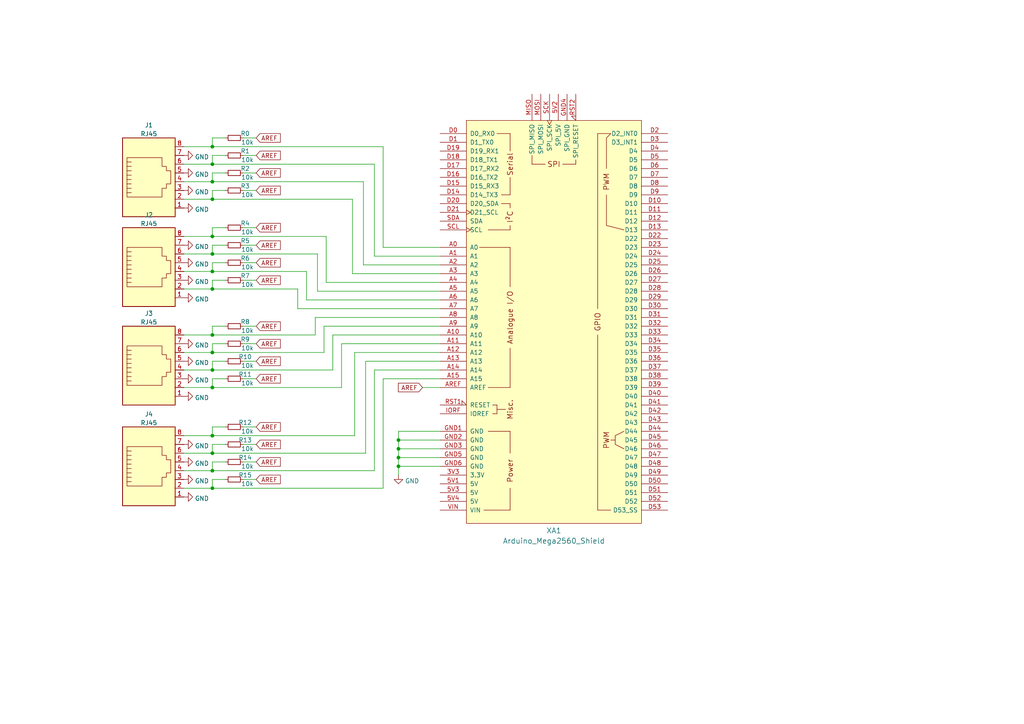
<source format=kicad_sch>
(kicad_sch (version 20211123) (generator eeschema)
  (paper "A4")
  (lib_symbols
    (symbol "Arduino_Library:Arduino_Mega2560_Shield" (pin_names (offset 1.016))
      (property "Reference" "XA" (at 2.54 0 90))
      (property "Value" "Arduino_Mega2560_Shield" (at -2.54 0 90))
      (symbol "Arduino_Mega2560_Shield_0_0"
        (rectangle (start -25.4 -58.42) (end 25.4 58.42) (fill (type background)))
        (rectangle (start -20.32 -54.61) (end -12.7 -54.61))
        (rectangle (start -19.05 -31.75) (end -12.7 -31.75))
        (rectangle (start -19.05 -19.05) (end -12.7 -19.05))
        (rectangle (start -19.05 26.67) (end -12.7 26.67))
        (rectangle (start -17.78 -26.67) (end -16.51 -26.67))
        (rectangle (start -17.78 -24.13) (end -16.51 -24.13))
        (rectangle (start -16.51 -25.4) (end -13.97 -25.4))
        (rectangle (start -16.51 -24.13) (end -16.51 -26.67))
        (rectangle (start -16.51 54.61) (end -12.7 54.61))
        (rectangle (start -15.24 34.29) (end -12.7 34.29))
        (rectangle (start -15.24 36.83) (end -12.7 36.83))
        (rectangle (start -12.7 -54.61) (end -12.7 -48.26))
        (rectangle (start -12.7 -31.75) (end -12.7 -38.1))
        (rectangle (start -12.7 26.67) (end -12.7 27.94))
        (rectangle (start -12.7 34.29) (end -12.7 33.02))
        (rectangle (start -12.7 41.91) (end -12.7 36.83))
        (rectangle (start -12.7 49.53) (end -12.7 54.61))
        (rectangle (start -6.35 48.26) (end -6.35 45.72))
        (rectangle (start -2.54 45.72) (end -6.35 45.72))
        (polyline (pts (xy -21.59 21.59) (xy -12.7 21.59)))
        (polyline (pts (xy -12.7 -19.05) (xy -12.7 -7.62)))
        (polyline (pts (xy -12.7 10.16) (xy -12.7 21.59)))
        (polyline (pts (xy 12.7 -54.61) (xy 16.51 -54.61)))
        (polyline (pts (xy 12.7 54.61) (xy 16.51 54.61)))
        (polyline (pts (xy 17.78 -34.29) (xy 16.51 -34.29)))
        (polyline (pts (xy 15.24 36.83) (xy 15.24 27.94) (xy 20.32 26.67)))
        (polyline (pts (xy 15.24 44.45) (xy 15.24 53.34) (xy 16.51 54.61)))
        (polyline (pts (xy 20.32 -31.75) (xy 17.78 -33.02) (xy 17.78 -35.56) (xy 20.32 -36.83)))
        (rectangle (start 6.35 45.72) (end 2.54 45.72))
        (rectangle (start 6.35 46.99) (end 6.35 45.72))
        (text "Analogue I/O" (at -12.7 1.27 900) (effects (font (size 1.524 1.524))))
        (text "I²C" (at -12.7 30.48 900) (effects (font (size 1.524 1.524))))
        (text "Misc." (at -12.7 -25.4 900) (effects (font (size 1.524 1.524))))
        (text "Power" (at -12.7 -43.18 900) (effects (font (size 1.524 1.524))))
        (text "PWM" (at 15.24 -34.29 900) (effects (font (size 1.524 1.524))))
        (text "PWM" (at 15.24 40.64 900) (effects (font (size 1.524 1.524))))
        (text "Serial" (at -12.7 45.72 900) (effects (font (size 1.524 1.524))))
        (text "SPI" (at 0 45.72 0) (effects (font (size 1.524 1.524))))
      )
      (symbol "Arduino_Mega2560_Shield_1_0"
        (rectangle (start 12.7 -54.61) (end 12.7 -3.81))
        (rectangle (start 12.7 54.61) (end 12.7 3.81))
        (text "GPIO" (at 12.7 0 900) (effects (font (size 1.524 1.524))))
      )
      (symbol "Arduino_Mega2560_Shield_1_1"
        (pin power_out line (at -33.02 -44.45 0) (length 7.62) (name "3.3V") (number "3V3"))
        (pin power_in line (at -33.02 -46.99 0) (length 7.62) (name "5V") (number "5V1"))
        (pin power_in line (at 1.27 66.04 270) (length 7.62) (name "SPI_5V") (number "5V2"))
        (pin power_in line (at -33.02 -49.53 0) (length 7.62) (name "5V") (number "5V3"))
        (pin power_in line (at -33.02 -52.07 0) (length 7.62) (name "5V") (number "5V4"))
        (pin bidirectional line (at -33.02 21.59 0) (length 7.62) (name "A0") (number "A0"))
        (pin bidirectional line (at -33.02 19.05 0) (length 7.62) (name "A1") (number "A1"))
        (pin bidirectional line (at -33.02 -3.81 0) (length 7.62) (name "A10") (number "A10"))
        (pin bidirectional line (at -33.02 -6.35 0) (length 7.62) (name "A11") (number "A11"))
        (pin bidirectional line (at -33.02 -8.89 0) (length 7.62) (name "A12") (number "A12"))
        (pin bidirectional line (at -33.02 -11.43 0) (length 7.62) (name "A13") (number "A13"))
        (pin bidirectional line (at -33.02 -13.97 0) (length 7.62) (name "A14") (number "A14"))
        (pin bidirectional line (at -33.02 -16.51 0) (length 7.62) (name "A15") (number "A15"))
        (pin bidirectional line (at -33.02 16.51 0) (length 7.62) (name "A2") (number "A2"))
        (pin bidirectional line (at -33.02 13.97 0) (length 7.62) (name "A3") (number "A3"))
        (pin bidirectional line (at -33.02 11.43 0) (length 7.62) (name "A4") (number "A4"))
        (pin bidirectional line (at -33.02 8.89 0) (length 7.62) (name "A5") (number "A5"))
        (pin bidirectional line (at -33.02 6.35 0) (length 7.62) (name "A6") (number "A6"))
        (pin bidirectional line (at -33.02 3.81 0) (length 7.62) (name "A7") (number "A7"))
        (pin bidirectional line (at -33.02 1.27 0) (length 7.62) (name "A8") (number "A8"))
        (pin bidirectional line (at -33.02 -1.27 0) (length 7.62) (name "A9") (number "A9"))
        (pin input line (at -33.02 -19.05 0) (length 7.62) (name "AREF") (number "AREF"))
        (pin bidirectional line (at -33.02 54.61 0) (length 7.62) (name "D0_RX0") (number "D0"))
        (pin bidirectional line (at -33.02 52.07 0) (length 7.62) (name "D1_TX0") (number "D1"))
        (pin bidirectional line (at 33.02 34.29 180) (length 7.62) (name "D10") (number "D10"))
        (pin bidirectional line (at 33.02 31.75 180) (length 7.62) (name "D11") (number "D11"))
        (pin bidirectional line (at 33.02 29.21 180) (length 7.62) (name "D12") (number "D12"))
        (pin bidirectional line (at 33.02 26.67 180) (length 7.62) (name "D13") (number "D13"))
        (pin bidirectional line (at -33.02 36.83 0) (length 7.62) (name "D14_TX3") (number "D14"))
        (pin bidirectional line (at -33.02 39.37 0) (length 7.62) (name "D15_RX3") (number "D15"))
        (pin bidirectional line (at -33.02 41.91 0) (length 7.62) (name "D16_TX2") (number "D16"))
        (pin bidirectional line (at -33.02 44.45 0) (length 7.62) (name "D17_RX2") (number "D17"))
        (pin bidirectional line (at -33.02 46.99 0) (length 7.62) (name "D18_TX1") (number "D18"))
        (pin bidirectional line (at -33.02 49.53 0) (length 7.62) (name "D19_RX1") (number "D19"))
        (pin bidirectional line (at 33.02 54.61 180) (length 7.62) (name "D2_INT0") (number "D2"))
        (pin bidirectional line (at -33.02 34.29 0) (length 7.62) (name "D20_SDA") (number "D20"))
        (pin bidirectional clock (at -33.02 31.75 0) (length 7.62) (name "D21_SCL") (number "D21"))
        (pin bidirectional line (at 33.02 24.13 180) (length 7.62) (name "D22") (number "D22"))
        (pin bidirectional line (at 33.02 21.59 180) (length 7.62) (name "D23") (number "D23"))
        (pin bidirectional line (at 33.02 19.05 180) (length 7.62) (name "D24") (number "D24"))
        (pin bidirectional line (at 33.02 16.51 180) (length 7.62) (name "D25") (number "D25"))
        (pin bidirectional line (at 33.02 13.97 180) (length 7.62) (name "D26") (number "D26"))
        (pin bidirectional line (at 33.02 11.43 180) (length 7.62) (name "D27") (number "D27"))
        (pin bidirectional line (at 33.02 8.89 180) (length 7.62) (name "D28") (number "D28"))
        (pin bidirectional line (at 33.02 6.35 180) (length 7.62) (name "D29") (number "D29"))
        (pin bidirectional line (at 33.02 52.07 180) (length 7.62) (name "D3_INT1") (number "D3"))
        (pin bidirectional line (at 33.02 3.81 180) (length 7.62) (name "D30") (number "D30"))
        (pin bidirectional line (at 33.02 1.27 180) (length 7.62) (name "D31") (number "D31"))
        (pin bidirectional line (at 33.02 -1.27 180) (length 7.62) (name "D32") (number "D32"))
        (pin bidirectional line (at 33.02 -3.81 180) (length 7.62) (name "D33") (number "D33"))
        (pin bidirectional line (at 33.02 -6.35 180) (length 7.62) (name "D34") (number "D34"))
        (pin bidirectional line (at 33.02 -8.89 180) (length 7.62) (name "D35") (number "D35"))
        (pin bidirectional line (at 33.02 -11.43 180) (length 7.62) (name "D36") (number "D36"))
        (pin bidirectional line (at 33.02 -13.97 180) (length 7.62) (name "D37") (number "D37"))
        (pin bidirectional line (at 33.02 -16.51 180) (length 7.62) (name "D38") (number "D38"))
        (pin bidirectional line (at 33.02 -19.05 180) (length 7.62) (name "D39") (number "D39"))
        (pin bidirectional line (at 33.02 49.53 180) (length 7.62) (name "D4") (number "D4"))
        (pin bidirectional line (at 33.02 -21.59 180) (length 7.62) (name "D40") (number "D40"))
        (pin bidirectional line (at 33.02 -24.13 180) (length 7.62) (name "D41") (number "D41"))
        (pin bidirectional line (at 33.02 -26.67 180) (length 7.62) (name "D42") (number "D42"))
        (pin bidirectional line (at 33.02 -29.21 180) (length 7.62) (name "D43") (number "D43"))
        (pin bidirectional line (at 33.02 -31.75 180) (length 7.62) (name "D44") (number "D44"))
        (pin bidirectional line (at 33.02 -34.29 180) (length 7.62) (name "D45") (number "D45"))
        (pin bidirectional line (at 33.02 -36.83 180) (length 7.62) (name "D46") (number "D46"))
        (pin bidirectional line (at 33.02 -39.37 180) (length 7.62) (name "D47") (number "D47"))
        (pin bidirectional line (at 33.02 -41.91 180) (length 7.62) (name "D48") (number "D48"))
        (pin bidirectional line (at 33.02 -44.45 180) (length 7.62) (name "D49") (number "D49"))
        (pin bidirectional line (at 33.02 46.99 180) (length 7.62) (name "D5") (number "D5"))
        (pin bidirectional line (at 33.02 -46.99 180) (length 7.62) (name "D50") (number "D50"))
        (pin bidirectional line (at 33.02 -49.53 180) (length 7.62) (name "D51") (number "D51"))
        (pin bidirectional line (at 33.02 -52.07 180) (length 7.62) (name "D52") (number "D52"))
        (pin bidirectional line (at 33.02 -54.61 180) (length 7.62) (name "D53_SS") (number "D53"))
        (pin bidirectional line (at 33.02 44.45 180) (length 7.62) (name "D6") (number "D6"))
        (pin bidirectional line (at 33.02 41.91 180) (length 7.62) (name "D7") (number "D7"))
        (pin bidirectional line (at 33.02 39.37 180) (length 7.62) (name "D8") (number "D8"))
        (pin bidirectional line (at 33.02 36.83 180) (length 7.62) (name "D9") (number "D9"))
        (pin power_in line (at -33.02 -31.75 0) (length 7.62) (name "GND") (number "GND1"))
        (pin power_in line (at -33.02 -34.29 0) (length 7.62) (name "GND") (number "GND2"))
        (pin power_in line (at -33.02 -36.83 0) (length 7.62) (name "GND") (number "GND3"))
        (pin power_in line (at 3.81 66.04 270) (length 7.62) (name "SPI_GND") (number "GND4"))
        (pin power_in line (at -33.02 -39.37 0) (length 7.62) (name "GND") (number "GND5"))
        (pin power_in line (at -33.02 -41.91 0) (length 7.62) (name "GND") (number "GND6"))
        (pin output line (at -33.02 -26.67 0) (length 7.62) (name "IOREF") (number "IORF"))
        (pin input line (at -6.35 66.04 270) (length 7.62) (name "SPI_MISO") (number "MISO"))
        (pin output line (at -3.81 66.04 270) (length 7.62) (name "SPI_MOSI") (number "MOSI"))
        (pin open_collector input_low (at -33.02 -24.13 0) (length 7.62) (name "RESET") (number "RST1"))
        (pin open_collector input_low (at 6.35 66.04 270) (length 7.62) (name "SPI_RESET") (number "RST2"))
        (pin output clock (at -1.27 66.04 270) (length 7.62) (name "SPI_SCK") (number "SCK"))
        (pin bidirectional clock (at -33.02 26.67 0) (length 7.62) (name "SCL") (number "SCL"))
        (pin bidirectional line (at -33.02 29.21 0) (length 7.62) (name "SDA") (number "SDA"))
        (pin power_in line (at -33.02 -54.61 0) (length 7.62) (name "VIN") (number "VIN"))
      )
    )
    (symbol "Connector:RJ45" (pin_names (offset 1.016))
      (property "Reference" "J" (at -5.08 13.97 0))
      (property "Value" "RJ45" (at 2.54 13.97 0))
      (symbol "RJ45_0_1"
        (polyline (pts (xy -5.08 4.445) (xy -6.35 4.445)))
        (polyline (pts (xy -5.08 5.715) (xy -6.35 5.715)))
        (polyline (pts (xy -6.35 -3.175) (xy -5.08 -3.175) (xy -5.08 -3.175)))
        (polyline (pts (xy -6.35 -1.905) (xy -5.08 -1.905) (xy -5.08 -1.905)))
        (polyline (pts (xy -6.35 -0.635) (xy -5.08 -0.635) (xy -5.08 -0.635)))
        (polyline (pts (xy -6.35 0.635) (xy -5.08 0.635) (xy -5.08 0.635)))
        (polyline (pts (xy -6.35 1.905) (xy -5.08 1.905) (xy -5.08 1.905)))
        (polyline (pts (xy -5.08 3.175) (xy -6.35 3.175) (xy -6.35 3.175)))
        (polyline (pts (xy -6.35 -4.445) (xy -6.35 6.985) (xy 3.81 6.985) (xy 3.81 4.445) (xy 5.08 4.445) (xy 5.08 3.175) (xy 6.35 3.175) (xy 6.35 -0.635) (xy 5.08 -0.635) (xy 5.08 -1.905) (xy 3.81 -1.905) (xy 3.81 -4.445) (xy -6.35 -4.445) (xy -6.35 -4.445)))
        (rectangle (start 7.62 12.7) (end -7.62 -10.16) (stroke (width 0.254)) (fill (type background)))
      )
      (symbol "RJ45_1_1"
        (pin passive line (at 10.16 -7.62 180) (length 2.54) (name "~") (number "1"))
        (pin passive line (at 10.16 -5.08 180) (length 2.54) (name "~") (number "2"))
        (pin passive line (at 10.16 -2.54 180) (length 2.54) (name "~") (number "3"))
        (pin passive line (at 10.16 0 180) (length 2.54) (name "~") (number "4"))
        (pin passive line (at 10.16 2.54 180) (length 2.54) (name "~") (number "5"))
        (pin passive line (at 10.16 5.08 180) (length 2.54) (name "~") (number "6"))
        (pin passive line (at 10.16 7.62 180) (length 2.54) (name "~") (number "7"))
        (pin passive line (at 10.16 10.16 180) (length 2.54) (name "~") (number "8"))
      )
    )
    (symbol "Device:R_Small" (pin_numbers hide) (pin_names (offset 0.254) hide)
      (property "Reference" "R" (at 0.762 0.508 0))
      (property "Value" "R_Small" (at 0.762 -1.016 0))
      (symbol "R_Small_0_1"
        (rectangle (start -0.762 1.778) (end 0.762 -1.778) (stroke (width 0.2032)))
      )
      (symbol "R_Small_1_1"
        (pin passive line (at 0 2.54 270) (length 0.762) (name "~") (number "1"))
        (pin passive line (at 0 -2.54 90) (length 0.762) (name "~") (number "2"))
      )
    )
    (symbol "power:GND" (power) (pin_names (offset 0))
      (property "Value" "GND" (at 0 -3.81 0))
      (symbol "GND_0_1"
        (polyline (pts (xy 0 0) (xy 0 -1.27) (xy 1.27 -1.27) (xy 0 -2.54) (xy -1.27 -1.27) (xy 0 -1.27)))
      )
      (symbol "GND_1_1"
        (pin power_in line (at 0 0 270) (length 0) hide (name "GND") (number "1"))
      )
    )
  )
  (junction (at 61.595 102.235))
  (junction (at 61.595 131.445))
  (junction (at 61.595 78.74))
  (junction (at 61.595 47.625))
  (junction (at 61.595 141.605))
  (junction (at 61.595 52.705))
  (junction (at 115.57 130.175))
  (junction (at 61.595 68.58))
  (junction (at 61.595 107.315))
  (junction (at 61.595 136.525))
  (junction (at 61.595 83.82))
  (junction (at 115.57 132.715))
  (junction (at 115.57 127.635))
  (junction (at 61.595 73.66))
  (junction (at 61.595 42.545))
  (junction (at 61.595 112.395))
  (junction (at 115.57 135.255))
  (junction (at 61.595 57.785))
  (junction (at 61.595 126.365))
  (junction (at 61.595 97.155))
  (wire (pts (xy 115.57 130.175) (xy 127.635 130.175)))
  (wire (pts (xy 61.595 109.855) (xy 61.595 112.395)))
  (wire (pts (xy 88.9 86.995) (xy 88.9 78.74)))
  (wire (pts (xy 61.595 126.365) (xy 53.34 126.365)))
  (wire (pts (xy 70.485 94.615) (xy 74.295 94.615)))
  (wire (pts (xy 96.52 107.315) (xy 96.52 97.155)))
  (wire (pts (xy 53.34 102.235) (xy 61.595 102.235)))
  (wire (pts (xy 115.57 127.635) (xy 115.57 125.095)))
  (wire (pts (xy 108.585 74.295) (xy 127.635 74.295)))
  (wire (pts (xy 102.87 102.235) (xy 102.87 126.365)))
  (wire (pts (xy 61.595 52.705) (xy 53.34 52.705)))
  (wire (pts (xy 61.595 141.605) (xy 53.34 141.605)))
  (wire (pts (xy 65.405 123.825) (xy 61.595 123.825)))
  (wire (pts (xy 127.635 84.455) (xy 92.075 84.455)))
  (wire (pts (xy 70.485 139.065) (xy 74.295 139.065)))
  (wire (pts (xy 53.34 47.625) (xy 61.595 47.625)))
  (wire (pts (xy 102.235 57.785) (xy 61.595 57.785)))
  (wire (pts (xy 61.595 139.065) (xy 61.595 141.605)))
  (wire (pts (xy 65.405 139.065) (xy 61.595 139.065)))
  (wire (pts (xy 61.595 78.74) (xy 53.34 78.74)))
  (wire (pts (xy 70.485 128.905) (xy 74.295 128.905)))
  (wire (pts (xy 65.405 128.905) (xy 61.595 128.905)))
  (wire (pts (xy 53.34 42.545) (xy 61.595 42.545)))
  (wire (pts (xy 61.595 81.28) (xy 61.595 83.82)))
  (wire (pts (xy 65.405 109.855) (xy 61.595 109.855)))
  (wire (pts (xy 61.595 71.12) (xy 61.595 73.66)))
  (wire (pts (xy 70.485 45.085) (xy 74.295 45.085)))
  (wire (pts (xy 92.075 84.455) (xy 92.075 73.66)))
  (wire (pts (xy 115.57 132.715) (xy 127.635 132.715)))
  (wire (pts (xy 61.595 107.315) (xy 96.52 107.315)))
  (wire (pts (xy 65.405 133.985) (xy 61.595 133.985)))
  (wire (pts (xy 108.585 107.315) (xy 108.585 136.525)))
  (wire (pts (xy 61.595 83.82) (xy 53.34 83.82)))
  (wire (pts (xy 61.595 45.085) (xy 61.595 47.625)))
  (wire (pts (xy 65.405 50.165) (xy 61.595 50.165)))
  (wire (pts (xy 102.235 57.785) (xy 102.235 79.375)))
  (wire (pts (xy 102.87 126.365) (xy 61.595 126.365)))
  (wire (pts (xy 92.075 73.66) (xy 61.595 73.66)))
  (wire (pts (xy 86.36 89.535) (xy 86.36 83.82)))
  (wire (pts (xy 99.06 112.395) (xy 99.06 99.695)))
  (wire (pts (xy 105.41 52.705) (xy 105.41 76.835)))
  (wire (pts (xy 111.125 141.605) (xy 61.595 141.605)))
  (wire (pts (xy 70.485 133.985) (xy 74.295 133.985)))
  (wire (pts (xy 115.57 137.795) (xy 115.57 135.255)))
  (wire (pts (xy 93.98 94.615) (xy 93.98 102.235)))
  (wire (pts (xy 86.36 83.82) (xy 61.595 83.82)))
  (wire (pts (xy 70.485 76.2) (xy 74.295 76.2)))
  (wire (pts (xy 65.405 71.12) (xy 61.595 71.12)))
  (wire (pts (xy 70.485 104.775) (xy 74.295 104.775)))
  (wire (pts (xy 65.405 81.28) (xy 61.595 81.28)))
  (wire (pts (xy 115.57 132.715) (xy 115.57 130.175)))
  (wire (pts (xy 105.41 52.705) (xy 61.595 52.705)))
  (wire (pts (xy 106.045 131.445) (xy 61.595 131.445)))
  (wire (pts (xy 111.125 109.855) (xy 111.125 141.605)))
  (wire (pts (xy 65.405 99.695) (xy 61.595 99.695)))
  (wire (pts (xy 61.595 40.005) (xy 61.595 42.545)))
  (wire (pts (xy 108.585 136.525) (xy 61.595 136.525)))
  (wire (pts (xy 70.485 81.28) (xy 74.295 81.28)))
  (wire (pts (xy 99.06 99.695) (xy 127.635 99.695)))
  (wire (pts (xy 61.595 112.395) (xy 99.06 112.395)))
  (wire (pts (xy 127.635 76.835) (xy 105.41 76.835)))
  (wire (pts (xy 61.595 104.775) (xy 61.595 107.315)))
  (wire (pts (xy 61.595 131.445) (xy 53.34 131.445)))
  (wire (pts (xy 111.125 71.755) (xy 127.635 71.755)))
  (wire (pts (xy 115.57 135.255) (xy 115.57 132.715)))
  (wire (pts (xy 65.405 94.615) (xy 61.595 94.615)))
  (wire (pts (xy 111.125 42.545) (xy 111.125 71.755)))
  (wire (pts (xy 96.52 97.155) (xy 127.635 97.155)))
  (wire (pts (xy 61.595 55.245) (xy 61.595 57.785)))
  (wire (pts (xy 65.405 40.005) (xy 61.595 40.005)))
  (wire (pts (xy 61.595 57.785) (xy 53.34 57.785)))
  (wire (pts (xy 91.44 97.155) (xy 91.44 92.075)))
  (wire (pts (xy 53.34 107.315) (xy 61.595 107.315)))
  (wire (pts (xy 61.595 102.235) (xy 93.98 102.235)))
  (wire (pts (xy 61.595 99.695) (xy 61.595 102.235)))
  (wire (pts (xy 65.405 104.775) (xy 61.595 104.775)))
  (wire (pts (xy 61.595 97.155) (xy 91.44 97.155)))
  (wire (pts (xy 61.595 47.625) (xy 108.585 47.625)))
  (wire (pts (xy 70.485 71.12) (xy 74.295 71.12)))
  (wire (pts (xy 70.485 109.855) (xy 74.295 109.855)))
  (wire (pts (xy 70.485 99.695) (xy 74.295 99.695)))
  (wire (pts (xy 61.595 76.2) (xy 61.595 78.74)))
  (wire (pts (xy 70.485 50.165) (xy 74.295 50.165)))
  (wire (pts (xy 91.44 92.075) (xy 127.635 92.075)))
  (wire (pts (xy 70.485 66.04) (xy 74.295 66.04)))
  (wire (pts (xy 70.485 55.245) (xy 74.295 55.245)))
  (wire (pts (xy 61.595 42.545) (xy 111.125 42.545)))
  (wire (pts (xy 94.615 81.915) (xy 94.615 68.58)))
  (wire (pts (xy 61.595 66.04) (xy 61.595 68.58)))
  (wire (pts (xy 61.595 133.985) (xy 61.595 136.525)))
  (wire (pts (xy 65.405 76.2) (xy 61.595 76.2)))
  (wire (pts (xy 70.485 40.005) (xy 74.295 40.005)))
  (wire (pts (xy 122.555 112.395) (xy 127.635 112.395)))
  (wire (pts (xy 127.635 89.535) (xy 86.36 89.535)))
  (wire (pts (xy 65.405 66.04) (xy 61.595 66.04)))
  (wire (pts (xy 115.57 130.175) (xy 115.57 127.635)))
  (wire (pts (xy 127.635 94.615) (xy 93.98 94.615)))
  (wire (pts (xy 61.595 68.58) (xy 53.34 68.58)))
  (wire (pts (xy 127.635 79.375) (xy 102.235 79.375)))
  (wire (pts (xy 127.635 81.915) (xy 94.615 81.915)))
  (wire (pts (xy 53.34 112.395) (xy 61.595 112.395)))
  (wire (pts (xy 115.57 127.635) (xy 127.635 127.635)))
  (wire (pts (xy 108.585 47.625) (xy 108.585 74.295)))
  (wire (pts (xy 61.595 123.825) (xy 61.595 126.365)))
  (wire (pts (xy 65.405 45.085) (xy 61.595 45.085)))
  (wire (pts (xy 127.635 107.315) (xy 108.585 107.315)))
  (wire (pts (xy 61.595 128.905) (xy 61.595 131.445)))
  (wire (pts (xy 61.595 73.66) (xy 53.34 73.66)))
  (wire (pts (xy 53.34 97.155) (xy 61.595 97.155)))
  (wire (pts (xy 70.485 123.825) (xy 74.295 123.825)))
  (wire (pts (xy 94.615 68.58) (xy 61.595 68.58)))
  (wire (pts (xy 127.635 102.235) (xy 102.87 102.235)))
  (wire (pts (xy 127.635 86.995) (xy 88.9 86.995)))
  (wire (pts (xy 88.9 78.74) (xy 61.595 78.74)))
  (wire (pts (xy 127.635 104.775) (xy 106.045 104.775)))
  (wire (pts (xy 61.595 50.165) (xy 61.595 52.705)))
  (wire (pts (xy 61.595 94.615) (xy 61.595 97.155)))
  (wire (pts (xy 106.045 104.775) (xy 106.045 131.445)))
  (wire (pts (xy 115.57 125.095) (xy 127.635 125.095)))
  (wire (pts (xy 61.595 136.525) (xy 53.34 136.525)))
  (wire (pts (xy 65.405 55.245) (xy 61.595 55.245)))
  (wire (pts (xy 127.635 109.855) (xy 111.125 109.855)))
  (wire (pts (xy 115.57 135.255) (xy 127.635 135.255)))
  (global_label "AREF" (shape input) (at 74.295 81.28 0) (property "Intersheet References" "${INTERSHEET_REFS}" (effects hide)))
  (global_label "AREF" (shape input) (at 74.295 66.04 0) (property "Intersheet References" "${INTERSHEET_REFS}" (effects hide)))
  (global_label "AREF" (shape input) (at 74.295 109.855 0) (property "Intersheet References" "${INTERSHEET_REFS}" (effects hide)))
  (global_label "AREF" (shape input) (at 74.295 94.615 0) (property "Intersheet References" "${INTERSHEET_REFS}" (effects hide)))
  (global_label "AREF" (shape input) (at 74.295 40.005 0) (property "Intersheet References" "${INTERSHEET_REFS}" (effects hide)))
  (global_label "AREF" (shape input) (at 74.295 55.245 0) (property "Intersheet References" "${INTERSHEET_REFS}" (effects hide)))
  (global_label "AREF" (shape input) (at 74.295 128.905 0) (property "Intersheet References" "${INTERSHEET_REFS}" (effects hide)))
  (global_label "AREF" (shape input) (at 74.295 123.825 0) (property "Intersheet References" "${INTERSHEET_REFS}" (effects hide)))
  (global_label "AREF" (shape input) (at 74.295 133.985 0) (property "Intersheet References" "${INTERSHEET_REFS}" (effects hide)))
  (global_label "AREF" (shape input) (at 74.295 71.12 0) (property "Intersheet References" "${INTERSHEET_REFS}" (effects hide)))
  (global_label "AREF" (shape input) (at 74.295 99.695 0) (property "Intersheet References" "${INTERSHEET_REFS}" (effects hide)))
  (global_label "AREF" (shape input) (at 74.295 45.085 0) (property "Intersheet References" "${INTERSHEET_REFS}" (effects hide)))
  (global_label "AREF" (shape input) (at 74.295 76.2 0) (property "Intersheet References" "${INTERSHEET_REFS}" (effects hide)))
  (global_label "AREF" (shape input) (at 122.555 112.395 180) (property "Intersheet References" "${INTERSHEET_REFS}" (effects hide)))
  (global_label "AREF" (shape input) (at 74.295 104.775 0) (property "Intersheet References" "${INTERSHEET_REFS}" (effects hide)))
  (global_label "AREF" (shape input) (at 74.295 50.165 0) (property "Intersheet References" "${INTERSHEET_REFS}" (effects hide)))
  (global_label "AREF" (shape input) (at 74.295 139.065 0) (property "Intersheet References" "${INTERSHEET_REFS}" (effects hide)))
  (symbol (lib_id "Device:R_Small") (at 67.945 40.005 90) (unit 1)
    (property "Reference" "R0" (at 71.12 38.735 90))
    (property "Value" "10k" (at 71.755 41.275 90))
    (property "Footprint" "Resistor_SMD:R_0603_1608Metric" (effects hide))
  )
  (symbol (lib_id "Device:R_Small") (at 67.945 99.695 90) (unit 1)
    (property "Reference" "R9" (at 71.12 98.425 90))
    (property "Value" "10k" (at 71.755 100.965 90))
    (property "Footprint" "Resistor_SMD:R_0603_1608Metric" (effects hide))
  )
  (symbol (lib_id "Device:R_Small") (at 67.945 71.12 90) (unit 1)
    (property "Reference" "R5" (at 71.12 69.85 90))
    (property "Value" "10k" (at 71.755 72.39 90))
    (property "Footprint" "Resistor_SMD:R_0603_1608Metric" (effects hide))
  )
  (symbol (lib_id "power:GND") (at 53.34 139.065 90) (unit 1)
    (property "Reference" "#PWR015" (effects hide))
    (property "Value" "GND" (at 56.515 139.4988 90) (effects (justify right)))
  )
  (symbol (lib_id "Connector:RJ45") (at 43.18 78.74 0) (unit 1)
    (property "Reference" "J2" (at 43.18 62.3402 0))
    (property "Value" "RJ45" (at 43.18 64.8771 0))
    (property "Footprint" "Connector_RJ:RJ45_Ninigi_GE" (effects hide))
  )
  (symbol (lib_id "power:GND") (at 115.57 137.795 0) (unit 1)
    (property "Reference" "#PWR017" (effects hide))
    (property "Value" "GND" (at 117.475 139.4988 0) (effects (justify left)))
  )
  (symbol (lib_id "Connector:RJ45") (at 43.18 107.315 0) (unit 1)
    (property "Reference" "J3" (at 43.18 90.9152 0))
    (property "Value" "RJ45" (at 43.18 93.4521 0))
    (property "Footprint" "Connector_RJ:RJ45_Ninigi_GE" (effects hide))
  )
  (symbol (lib_id "power:GND") (at 53.34 144.145 90) (unit 1)
    (property "Reference" "#PWR016" (effects hide))
    (property "Value" "GND" (at 56.515 144.5788 90) (effects (justify right)))
  )
  (symbol (lib_id "Arduino_Library:Arduino_Mega2560_Shield") (at 160.655 93.345 0) (unit 1)
    (property "Reference" "XA1" (at 160.655 153.8967 0) (effects (font (size 1.524 1.524))))
    (property "Value" "Arduino_Mega2560_Shield" (at 160.655 156.8901 0) (effects (font (size 1.524 1.524))))
    (property "Footprint" "Arduino_Library:Arduino_Mega2560_Shield" (effects hide))
    (property "Datasheet" "https://docs.arduino.cc/hardware/mega-2560" (effects hide))
  )
  (symbol (lib_id "power:GND") (at 53.34 109.855 90) (unit 1)
    (property "Reference" "#PWR011" (effects hide))
    (property "Value" "GND" (at 56.515 110.2888 90) (effects (justify right)))
  )
  (symbol (lib_id "power:GND") (at 53.34 76.2 90) (unit 1)
    (property "Reference" "#PWR06" (effects hide))
    (property "Value" "GND" (at 56.515 76.6338 90) (effects (justify right)))
  )
  (symbol (lib_id "power:GND") (at 53.34 114.935 90) (unit 1)
    (property "Reference" "#PWR012" (effects hide))
    (property "Value" "GND" (at 56.515 115.3688 90) (effects (justify right)))
  )
  (symbol (lib_id "power:GND") (at 53.34 45.085 90) (unit 1)
    (property "Reference" "#PWR0104" (effects hide))
    (property "Value" "GND" (at 56.515 45.5188 90) (effects (justify right)))
  )
  (symbol (lib_id "Device:R_Small") (at 67.945 123.825 90) (unit 1)
    (property "Reference" "R12" (at 71.12 122.555 90))
    (property "Value" "10k" (at 71.755 125.095 90))
    (property "Footprint" "Resistor_SMD:R_0603_1608Metric" (effects hide))
  )
  (symbol (lib_id "power:GND") (at 53.34 86.36 90) (unit 1)
    (property "Reference" "#PWR08" (effects hide))
    (property "Value" "GND" (at 56.515 86.7938 90) (effects (justify right)))
  )
  (symbol (lib_id "power:GND") (at 53.34 50.165 90) (unit 1)
    (property "Reference" "#PWR0103" (effects hide))
    (property "Value" "GND" (at 56.515 50.5988 90) (effects (justify right)))
  )
  (symbol (lib_id "Device:R_Small") (at 67.945 55.245 90) (unit 1)
    (property "Reference" "R3" (at 71.12 53.975 90))
    (property "Value" "10k" (at 71.755 56.515 90))
    (property "Footprint" "Resistor_SMD:R_0603_1608Metric" (effects hide))
  )
  (symbol (lib_id "Device:R_Small") (at 67.945 45.085 90) (unit 1)
    (property "Reference" "R1" (at 71.12 43.815 90))
    (property "Value" "10k" (at 71.755 46.355 90))
    (property "Footprint" "Resistor_SMD:R_0603_1608Metric" (effects hide))
  )
  (symbol (lib_id "power:GND") (at 53.34 81.28 90) (unit 1)
    (property "Reference" "#PWR07" (effects hide))
    (property "Value" "GND" (at 56.515 81.7138 90) (effects (justify right)))
  )
  (symbol (lib_id "Device:R_Small") (at 67.945 104.775 90) (unit 1)
    (property "Reference" "R10" (at 71.12 103.505 90))
    (property "Value" "10k" (at 71.755 106.045 90))
    (property "Footprint" "Resistor_SMD:R_0603_1608Metric" (effects hide))
  )
  (symbol (lib_id "power:GND") (at 53.34 60.325 90) (unit 1)
    (property "Reference" "#PWR0101" (effects hide))
    (property "Value" "GND" (at 56.515 60.7588 90) (effects (justify right)))
  )
  (symbol (lib_id "power:GND") (at 53.34 128.905 90) (unit 1)
    (property "Reference" "#PWR013" (effects hide))
    (property "Value" "GND" (at 56.515 129.3388 90) (effects (justify right)))
  )
  (symbol (lib_id "Device:R_Small") (at 67.945 66.04 90) (unit 1)
    (property "Reference" "R4" (at 71.12 64.77 90))
    (property "Value" "10k" (at 71.755 67.31 90))
    (property "Footprint" "Resistor_SMD:R_0603_1608Metric" (effects hide))
  )
  (symbol (lib_id "Device:R_Small") (at 67.945 76.2 90) (unit 1)
    (property "Reference" "R6" (at 71.12 74.93 90))
    (property "Value" "10k" (at 71.755 77.47 90))
    (property "Footprint" "Resistor_SMD:R_0603_1608Metric" (effects hide))
  )
  (symbol (lib_id "power:GND") (at 53.34 71.12 90) (unit 1)
    (property "Reference" "#PWR05" (effects hide))
    (property "Value" "GND" (at 56.515 71.5538 90) (effects (justify right)))
  )
  (symbol (lib_id "Device:R_Small") (at 67.945 81.28 90) (unit 1)
    (property "Reference" "R7" (at 71.12 80.01 90))
    (property "Value" "10k" (at 71.755 82.55 90))
    (property "Footprint" "Resistor_SMD:R_0603_1608Metric" (effects hide))
  )
  (symbol (lib_id "Device:R_Small") (at 67.945 50.165 90) (unit 1)
    (property "Reference" "R2" (at 71.12 48.895 90))
    (property "Value" "10k" (at 71.755 51.435 90))
    (property "Footprint" "Resistor_SMD:R_0603_1608Metric" (effects hide))
  )
  (symbol (lib_id "Device:R_Small") (at 67.945 109.855 90) (unit 1)
    (property "Reference" "R11" (at 71.12 108.585 90))
    (property "Value" "10k" (at 71.755 111.125 90))
    (property "Footprint" "Resistor_SMD:R_0603_1608Metric" (effects hide))
  )
  (symbol (lib_id "Connector:RJ45") (at 43.18 52.705 0) (unit 1)
    (property "Reference" "J1" (at 43.18 36.3052 0))
    (property "Value" "RJ45" (at 43.18 38.8421 0))
    (property "Footprint" "Connector_RJ:RJ45_Ninigi_GE" (effects hide))
  )
  (symbol (lib_id "power:GND") (at 53.34 104.775 90) (unit 1)
    (property "Reference" "#PWR010" (effects hide))
    (property "Value" "GND" (at 56.515 105.2088 90) (effects (justify right)))
  )
  (symbol (lib_id "power:GND") (at 53.34 99.695 90) (unit 1)
    (property "Reference" "#PWR09" (effects hide))
    (property "Value" "GND" (at 56.515 100.1288 90) (effects (justify right)))
  )
  (symbol (lib_id "Device:R_Small") (at 67.945 139.065 90) (unit 1)
    (property "Reference" "R15" (at 71.12 137.795 90))
    (property "Value" "10k" (at 71.755 140.335 90))
    (property "Footprint" "Resistor_SMD:R_0603_1608Metric" (effects hide))
  )
  (symbol (lib_id "Device:R_Small") (at 67.945 94.615 90) (unit 1)
    (property "Reference" "R8" (at 71.12 93.345 90))
    (property "Value" "10k" (at 71.755 95.885 90))
    (property "Footprint" "Resistor_SMD:R_0603_1608Metric" (effects hide))
  )
  (symbol (lib_id "Connector:RJ45") (at 43.18 136.525 0) (unit 1)
    (property "Reference" "J4" (at 43.18 120.1252 0))
    (property "Value" "RJ45" (at 43.18 122.6621 0))
    (property "Footprint" "Connector_RJ:RJ45_Ninigi_GE" (effects hide))
  )
  (symbol (lib_id "Device:R_Small") (at 67.945 128.905 90) (unit 1)
    (property "Reference" "R13" (at 71.12 127.635 90))
    (property "Value" "10k" (at 71.755 130.175 90))
    (property "Footprint" "Resistor_SMD:R_0603_1608Metric" (effects hide))
  )
  (symbol (lib_id "power:GND") (at 53.34 55.245 90) (unit 1)
    (property "Reference" "#PWR0102" (effects hide))
    (property "Value" "GND" (at 56.515 55.6788 90) (effects (justify right)))
  )
  (symbol (lib_id "power:GND") (at 53.34 133.985 90) (unit 1)
    (property "Reference" "#PWR014" (effects hide))
    (property "Value" "GND" (at 56.515 134.4188 90) (effects (justify right)))
  )
  (symbol (lib_id "Device:R_Small") (at 67.945 133.985 90) (unit 1)
    (property "Reference" "R14" (at 71.12 132.715 90))
    (property "Value" "10k" (at 71.755 135.255 90))
    (property "Footprint" "Resistor_SMD:R_0603_1608Metric" (effects hide))
  )
)
</source>
